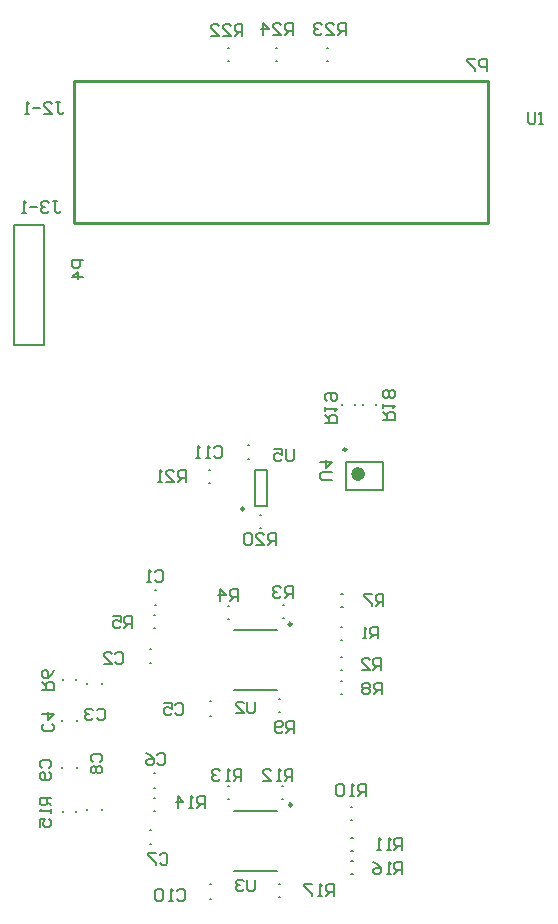
<source format=gbr>
G04 Layer_Color=32896*
%FSLAX26Y26*%
%MOIN*%
%TF.FileFunction,Legend,Bot*%
%TF.Part,Single*%
G01*
G75*
%TA.AperFunction,NonConductor*%
%ADD32C,0.009842*%
%ADD33C,0.023622*%
%ADD34C,0.007874*%
%ADD35C,0.010000*%
D32*
X864890Y-896890D02*
G03*
X864890Y-896890I-4921J0D01*
G01*
X1024063Y-1882921D02*
G03*
X1024063Y-1882921I-4921J0D01*
G01*
Y-1281102D02*
G03*
X1024063Y-1281102I-4921J0D01*
G01*
X1205992Y-698433D02*
G03*
X1205992Y-698433I-4921J0D01*
G01*
D33*
X1257173Y-780126D02*
G03*
X1257173Y-780126I-11811J0D01*
G01*
D34*
X566031Y-1778394D02*
X569968D01*
X566031Y-1827606D02*
X569968D01*
X568031Y-1167394D02*
X571968D01*
X568031Y-1216606D02*
X571968D01*
X566132Y-1904654D02*
X570068D01*
X566132Y-1861346D02*
X570068D01*
X258394Y-1604968D02*
Y-1601032D01*
X307606Y-1604968D02*
Y-1601032D01*
X342194Y-1480968D02*
Y-1477032D01*
X391406Y-1480968D02*
Y-1477032D01*
X304654Y-1908582D02*
Y-1904646D01*
X261346Y-1908582D02*
Y-1904646D01*
X307606Y-1760968D02*
Y-1757032D01*
X258394Y-1760968D02*
Y-1757032D01*
X391406Y-1899724D02*
Y-1895788D01*
X342194Y-1899724D02*
Y-1895788D01*
X1193346Y-551969D02*
Y-548031D01*
X1236654Y-551969D02*
Y-548031D01*
X1306655Y-551969D02*
Y-548031D01*
X1263347Y-551969D02*
Y-548031D01*
X811276Y595346D02*
X815212D01*
X811276Y638654D02*
X815212D01*
X971276Y595346D02*
X975212D01*
X971276Y638654D02*
X975212D01*
X1141276Y595346D02*
X1145212D01*
X1141276Y638654D02*
X1145212D01*
X1221032Y-1891346D02*
X1224968D01*
X1221032Y-1934654D02*
X1224968D01*
X1189566Y-1181346D02*
X1193504D01*
X1189566Y-1224654D02*
X1193504D01*
X811032Y-1221346D02*
X814968D01*
X811032Y-1264654D02*
X814968D01*
X981032Y-1531346D02*
X984968D01*
X981032Y-1574654D02*
X984968D01*
X1187566Y-1514654D02*
X1191504D01*
X1187566Y-1471346D02*
X1191504D01*
X1187567Y-1289960D02*
X1191505D01*
X1187567Y-1333268D02*
X1191505D01*
X566132Y-1294654D02*
X570068D01*
X566132Y-1251346D02*
X570068D01*
X551032Y-1362598D02*
X554968D01*
X551032Y-1411812D02*
X554968D01*
X751032Y-1538394D02*
X754968D01*
X751032Y-1587606D02*
X754968D01*
X551032Y-1965598D02*
X554968D01*
X551032Y-2014812D02*
X554968D01*
X1223032Y-2114220D02*
X1226968D01*
X1223032Y-2070914D02*
X1226968D01*
X1187566Y-1391142D02*
X1191504D01*
X1187566Y-1434448D02*
X1191504D01*
X981727Y-2145354D02*
X985663D01*
X981727Y-2188662D02*
X985663D01*
X991032Y-1864654D02*
X994968D01*
X991032Y-1821346D02*
X994968D01*
X811032D02*
X814968D01*
X811032Y-1864654D02*
X814968D01*
X751032Y-2148394D02*
X754968D01*
X751032Y-2197606D02*
X754968D01*
X994679Y-1258662D02*
X998615D01*
X994679Y-1215354D02*
X998615D01*
X1223032Y-1994142D02*
X1226968D01*
X1223032Y-2037448D02*
X1226968D01*
X261346Y-1467126D02*
Y-1463190D01*
X304654Y-1467126D02*
Y-1463190D01*
X100000Y-350000D02*
X200000D01*
Y50000D01*
X100000Y-350000D02*
Y50000D01*
X200000D01*
X748512Y-808661D02*
X752449D01*
X748512Y-765354D02*
X752449D01*
X918512Y-915354D02*
X922449D01*
X918512Y-958662D02*
X922449D01*
X941661Y-886063D02*
Y-767953D01*
X902291Y-886063D02*
Y-767953D01*
X941661D01*
X902291Y-886063D02*
X941661D01*
X878512Y-731614D02*
X882449D01*
X878512Y-682402D02*
X882449D01*
X830165Y-1902606D02*
X975835D01*
X830165Y-2103394D02*
X975835D01*
X830165Y-1501575D02*
X975835D01*
X830165Y-1300787D02*
X975835D01*
X1205992Y-740756D02*
X1330008D01*
X1205992Y-835244D02*
X1330008D01*
X1205992D02*
Y-740756D01*
X1330008Y-835244D02*
Y-740756D01*
X735464Y-1892409D02*
Y-1853052D01*
X715785D01*
X709226Y-1859611D01*
Y-1872731D01*
X715785Y-1879290D01*
X735464D01*
X722345D02*
X709226Y-1892409D01*
X696106D02*
X682987D01*
X689547D01*
Y-1853052D01*
X696106Y-1859611D01*
X643630Y-1892409D02*
Y-1853052D01*
X663309Y-1872731D01*
X637070D01*
X903000Y-1538680D02*
Y-1571478D01*
X896440Y-1578038D01*
X883321D01*
X876762Y-1571478D01*
Y-1538680D01*
X837404Y-1578038D02*
X863643D01*
X837404Y-1551800D01*
Y-1545240D01*
X843964Y-1538680D01*
X857083D01*
X863643Y-1545240D01*
X1393000Y-2113000D02*
Y-2073643D01*
X1373321D01*
X1366762Y-2080202D01*
Y-2093321D01*
X1373321Y-2099881D01*
X1393000D01*
X1379881D02*
X1366762Y-2113000D01*
X1353643D02*
X1340524D01*
X1347083D01*
Y-2073643D01*
X1353643Y-2080202D01*
X1294607Y-2073643D02*
X1307726Y-2080202D01*
X1320845Y-2093321D01*
Y-2106440D01*
X1314285Y-2113000D01*
X1301166D01*
X1294607Y-2106440D01*
Y-2099881D01*
X1301166Y-2093321D01*
X1320845D01*
X1159350Y-799958D02*
X1126552D01*
X1119992Y-793399D01*
Y-780280D01*
X1126552Y-773720D01*
X1159350D01*
X1119992Y-740922D02*
X1159350D01*
X1139671Y-760601D01*
Y-734363D01*
X903000Y-2132068D02*
Y-2164865D01*
X896440Y-2171425D01*
X883321D01*
X876762Y-2164865D01*
Y-2132068D01*
X863643Y-2138627D02*
X857083Y-2132068D01*
X843964D01*
X837404Y-2138627D01*
Y-2145187D01*
X843964Y-2151746D01*
X850524D01*
X843964D01*
X837404Y-2158306D01*
Y-2164865D01*
X843964Y-2171425D01*
X857083D01*
X863643Y-2164865D01*
X1135000Y-610000D02*
X1174357D01*
Y-590321D01*
X1167798Y-583762D01*
X1154679D01*
X1148119Y-590321D01*
Y-610000D01*
Y-596881D02*
X1135000Y-583762D01*
Y-570643D02*
Y-557524D01*
Y-564083D01*
X1174357D01*
X1167798Y-570643D01*
X1141560Y-537845D02*
X1135000Y-531285D01*
Y-518166D01*
X1141560Y-511607D01*
X1167798D01*
X1174357Y-518166D01*
Y-531285D01*
X1167798Y-537845D01*
X1161238D01*
X1154679Y-531285D01*
Y-511607D01*
X1328405Y-599803D02*
X1367762D01*
Y-580124D01*
X1361203Y-573564D01*
X1348083D01*
X1341524Y-580124D01*
Y-599803D01*
Y-586683D02*
X1328405Y-573564D01*
Y-560445D02*
Y-547326D01*
Y-553885D01*
X1367762D01*
X1361203Y-560445D01*
Y-527647D02*
X1367762Y-521088D01*
Y-507969D01*
X1361203Y-501409D01*
X1354643D01*
X1348083Y-507969D01*
X1341524Y-501409D01*
X1334964D01*
X1328405Y-507969D01*
Y-521088D01*
X1334964Y-527647D01*
X1341524D01*
X1348083Y-521088D01*
X1354643Y-527647D01*
X1361203D01*
X1348083Y-521088D02*
Y-507969D01*
X1163695Y-2187008D02*
Y-2147651D01*
X1144016D01*
X1137457Y-2154210D01*
Y-2167329D01*
X1144016Y-2173889D01*
X1163695D01*
X1150576D02*
X1137457Y-2187008D01*
X1124337D02*
X1111218D01*
X1117778D01*
Y-2147651D01*
X1124337Y-2154210D01*
X1091540Y-2147651D02*
X1065301D01*
Y-2154210D01*
X1091540Y-2180448D01*
Y-2187008D01*
X223000Y-1859000D02*
X183643D01*
Y-1878678D01*
X190202Y-1885238D01*
X203321D01*
X209881Y-1878678D01*
Y-1859000D01*
Y-1872119D02*
X223000Y-1885238D01*
Y-1898357D02*
Y-1911476D01*
Y-1904917D01*
X183643D01*
X190202Y-1898357D01*
X183643Y-1957393D02*
Y-1931155D01*
X203321D01*
X196762Y-1944274D01*
Y-1950834D01*
X203321Y-1957393D01*
X216441D01*
X223000Y-1950834D01*
Y-1937715D01*
X216441Y-1931155D01*
X856465Y-1803000D02*
Y-1763643D01*
X836786D01*
X830226Y-1770202D01*
Y-1783321D01*
X836786Y-1789881D01*
X856465D01*
X843345D02*
X830226Y-1803000D01*
X817107D02*
X803988D01*
X810548D01*
Y-1763643D01*
X817107Y-1770202D01*
X784309D02*
X777750Y-1763643D01*
X764631D01*
X758071Y-1770202D01*
Y-1776762D01*
X764631Y-1783321D01*
X771190D01*
X764631D01*
X758071Y-1789881D01*
Y-1796440D01*
X764631Y-1803000D01*
X777750D01*
X784309Y-1796440D01*
X1026465Y-1803000D02*
Y-1763643D01*
X1006786D01*
X1000226Y-1770202D01*
Y-1783321D01*
X1006786Y-1789881D01*
X1026465D01*
X1013346D02*
X1000226Y-1803000D01*
X987107D02*
X973988D01*
X980548D01*
Y-1763643D01*
X987107Y-1770202D01*
X928071Y-1803000D02*
X954309D01*
X928071Y-1776762D01*
Y-1770202D01*
X934631Y-1763643D01*
X947750D01*
X954309Y-1770202D01*
X1393000Y-2033000D02*
Y-1993643D01*
X1373321D01*
X1366762Y-2000202D01*
Y-2013321D01*
X1373321Y-2019881D01*
X1393000D01*
X1379881D02*
X1366762Y-2033000D01*
X1353643D02*
X1340524D01*
X1347083D01*
Y-1993643D01*
X1353643Y-2000202D01*
X1320845Y-2033000D02*
X1307726D01*
X1314285D01*
Y-1993643D01*
X1320845Y-2000202D01*
X1271236Y-1854394D02*
Y-1815036D01*
X1251557D01*
X1244998Y-1821596D01*
Y-1834715D01*
X1251557Y-1841275D01*
X1271236D01*
X1258117D02*
X1244998Y-1854394D01*
X1231879D02*
X1218760D01*
X1225319D01*
Y-1815036D01*
X1231879Y-1821596D01*
X1199081D02*
X1192521Y-1815036D01*
X1179402D01*
X1172843Y-1821596D01*
Y-1847834D01*
X1179402Y-1854394D01*
X1192521D01*
X1199081Y-1847834D01*
Y-1821596D01*
X1033000Y-1643000D02*
Y-1603643D01*
X1013321D01*
X1006762Y-1610202D01*
Y-1623321D01*
X1013321Y-1629881D01*
X1033000D01*
X1019881D02*
X1006762Y-1643000D01*
X993643Y-1636440D02*
X987083Y-1643000D01*
X973964D01*
X967404Y-1636440D01*
Y-1610202D01*
X973964Y-1603643D01*
X987083D01*
X993643Y-1610202D01*
Y-1616762D01*
X987083Y-1623321D01*
X967404D01*
X1325000Y-1515000D02*
Y-1475643D01*
X1305321D01*
X1298762Y-1482202D01*
Y-1495321D01*
X1305321Y-1501881D01*
X1325000D01*
X1311881D02*
X1298762Y-1515000D01*
X1285643Y-1482202D02*
X1279083Y-1475643D01*
X1265964D01*
X1259404Y-1482202D01*
Y-1488762D01*
X1265964Y-1495321D01*
X1259404Y-1501881D01*
Y-1508440D01*
X1265964Y-1515000D01*
X1279083D01*
X1285643Y-1508440D01*
Y-1501881D01*
X1279083Y-1495321D01*
X1285643Y-1488762D01*
Y-1482202D01*
X1279083Y-1495321D02*
X1265964D01*
X193000Y-1500591D02*
X232358D01*
Y-1480912D01*
X225798Y-1474353D01*
X212679D01*
X206119Y-1480912D01*
Y-1500591D01*
Y-1487472D02*
X193000Y-1474353D01*
X232358Y-1434995D02*
X225798Y-1448114D01*
X212679Y-1461234D01*
X199560D01*
X193000Y-1454674D01*
Y-1441555D01*
X199560Y-1434995D01*
X206119D01*
X212679Y-1441555D01*
Y-1461234D01*
X493000Y-1293000D02*
Y-1253643D01*
X473321D01*
X466762Y-1260202D01*
Y-1273321D01*
X473321Y-1279881D01*
X493000D01*
X479881D02*
X466762Y-1293000D01*
X427404Y-1253643D02*
X453643D01*
Y-1273321D01*
X440524Y-1266762D01*
X433964D01*
X427404Y-1273321D01*
Y-1286440D01*
X433964Y-1293000D01*
X447083D01*
X453643Y-1286440D01*
X844289Y-1203000D02*
Y-1163643D01*
X824610D01*
X818051Y-1170202D01*
Y-1183321D01*
X824610Y-1189881D01*
X844289D01*
X831170D02*
X818051Y-1203000D01*
X785253D02*
Y-1163643D01*
X804932Y-1183321D01*
X778693D01*
X1028427Y-1193863D02*
Y-1154506D01*
X1008749D01*
X1002189Y-1161065D01*
Y-1174185D01*
X1008749Y-1180744D01*
X1028427D01*
X1015308D02*
X1002189Y-1193863D01*
X989070Y-1161065D02*
X982510Y-1154506D01*
X969391D01*
X962832Y-1161065D01*
Y-1167625D01*
X969391Y-1174185D01*
X975951D01*
X969391D01*
X962832Y-1180744D01*
Y-1187304D01*
X969391Y-1193863D01*
X982510D01*
X989070Y-1187304D01*
X1323000Y-1433000D02*
Y-1393643D01*
X1303321D01*
X1296762Y-1400202D01*
Y-1413321D01*
X1303321Y-1419881D01*
X1323000D01*
X1309881D02*
X1296762Y-1433000D01*
X1257404D02*
X1283643D01*
X1257404Y-1406762D01*
Y-1400202D01*
X1263964Y-1393643D01*
X1277083D01*
X1283643Y-1400202D01*
X1312717Y-1328590D02*
Y-1289233D01*
X1293039D01*
X1286479Y-1295792D01*
Y-1308911D01*
X1293039Y-1315471D01*
X1312717D01*
X1299598D02*
X1286479Y-1328590D01*
X1273360D02*
X1260241D01*
X1266800D01*
Y-1289233D01*
X1273360Y-1295792D01*
X360202Y-1739238D02*
X353643Y-1732679D01*
Y-1719560D01*
X360202Y-1713000D01*
X386440D01*
X393000Y-1719560D01*
Y-1732679D01*
X386440Y-1739238D01*
X360202Y-1752357D02*
X353643Y-1758917D01*
Y-1772036D01*
X360202Y-1778596D01*
X366762D01*
X373321Y-1772036D01*
X379881Y-1778596D01*
X386440D01*
X393000Y-1772036D01*
Y-1758917D01*
X386440Y-1752357D01*
X379881D01*
X373321Y-1758917D01*
X366762Y-1752357D01*
X360202D01*
X373321Y-1758917D02*
Y-1772036D01*
X576762Y-1717202D02*
X583321Y-1710643D01*
X596440D01*
X603000Y-1717202D01*
Y-1743440D01*
X596440Y-1750000D01*
X583321D01*
X576762Y-1743440D01*
X537404Y-1710643D02*
X550524Y-1717202D01*
X563643Y-1730321D01*
Y-1743440D01*
X557083Y-1750000D01*
X543964D01*
X537404Y-1743440D01*
Y-1736881D01*
X543964Y-1730321D01*
X563643D01*
X636762Y-1550202D02*
X643321Y-1543643D01*
X656440D01*
X663000Y-1550202D01*
Y-1576440D01*
X656440Y-1583000D01*
X643321D01*
X636762Y-1576440D01*
X597404Y-1543643D02*
X623643D01*
Y-1563321D01*
X610524Y-1556762D01*
X603964D01*
X597404Y-1563321D01*
Y-1576440D01*
X603964Y-1583000D01*
X617083D01*
X623643Y-1576440D01*
X225798Y-1612195D02*
X232357Y-1618754D01*
Y-1631873D01*
X225798Y-1638433D01*
X199560D01*
X193000Y-1631873D01*
Y-1618754D01*
X199560Y-1612195D01*
X193000Y-1579397D02*
X232357D01*
X212679Y-1599076D01*
Y-1572838D01*
X375129Y-1568551D02*
X381688Y-1561991D01*
X394808D01*
X401367Y-1568551D01*
Y-1594789D01*
X394808Y-1601349D01*
X381688D01*
X375129Y-1594789D01*
X362010Y-1568551D02*
X355450Y-1561991D01*
X342331D01*
X335772Y-1568551D01*
Y-1575111D01*
X342331Y-1581670D01*
X348891D01*
X342331D01*
X335772Y-1588230D01*
Y-1594789D01*
X342331Y-1601349D01*
X355450D01*
X362010Y-1594789D01*
X436762Y-1379997D02*
X443321Y-1373438D01*
X456440D01*
X463000Y-1379997D01*
Y-1406236D01*
X456440Y-1412795D01*
X443321D01*
X436762Y-1406236D01*
X397404Y-1412795D02*
X423643D01*
X397404Y-1386557D01*
Y-1379997D01*
X403964Y-1373438D01*
X417083D01*
X423643Y-1379997D01*
X1810442Y425349D02*
Y392552D01*
X1817002Y385992D01*
X1830121D01*
X1836680Y392552D01*
Y425349D01*
X1849800Y385992D02*
X1862919D01*
X1856359D01*
Y425349D01*
X1849800Y418790D01*
X640714Y-2170202D02*
X647274Y-2163643D01*
X660393D01*
X666953Y-2170202D01*
Y-2196440D01*
X660393Y-2203000D01*
X647274D01*
X640714Y-2196440D01*
X627595Y-2203000D02*
X614476D01*
X621036D01*
Y-2163643D01*
X627595Y-2170202D01*
X594797D02*
X588238Y-2163643D01*
X575119D01*
X568559Y-2170202D01*
Y-2196440D01*
X575119Y-2203000D01*
X588238D01*
X594797Y-2196440D01*
Y-2170202D01*
X190202Y-1761238D02*
X183643Y-1754678D01*
Y-1741559D01*
X190202Y-1735000D01*
X216441D01*
X223000Y-1741559D01*
Y-1754678D01*
X216441Y-1761238D01*
Y-1774357D02*
X223000Y-1780917D01*
Y-1794036D01*
X216441Y-1800595D01*
X190202D01*
X183643Y-1794036D01*
Y-1780917D01*
X190202Y-1774357D01*
X196762D01*
X203321Y-1780917D01*
Y-1800595D01*
X569518Y-1108202D02*
X576077Y-1101643D01*
X589197D01*
X595756Y-1108202D01*
Y-1134440D01*
X589197Y-1141000D01*
X576077D01*
X569518Y-1134440D01*
X556399Y-1141000D02*
X543280D01*
X549839D01*
Y-1101643D01*
X556399Y-1108202D01*
X583762Y-2050202D02*
X590322Y-2043643D01*
X603441D01*
X610000Y-2050202D01*
Y-2076440D01*
X603441Y-2083000D01*
X590322D01*
X583762Y-2076440D01*
X570643Y-2043643D02*
X544405D01*
Y-2050202D01*
X570643Y-2076440D01*
Y-2083000D01*
X1330000Y-1220000D02*
Y-1180643D01*
X1310321D01*
X1303762Y-1187202D01*
Y-1200321D01*
X1310321Y-1206881D01*
X1330000D01*
X1316881D02*
X1303762Y-1220000D01*
X1290643Y-1180643D02*
X1264404D01*
Y-1187202D01*
X1290643Y-1213440D01*
Y-1220000D01*
X1674236Y562606D02*
Y601964D01*
X1654557D01*
X1647998Y595404D01*
Y582285D01*
X1654557Y575725D01*
X1674236D01*
X1634879Y601964D02*
X1608641D01*
Y595404D01*
X1634879Y569166D01*
Y562606D01*
X860000Y681129D02*
Y720487D01*
X840321D01*
X833762Y713927D01*
Y700808D01*
X840321Y694249D01*
X860000D01*
X846881D02*
X833762Y681129D01*
X794404D02*
X820643D01*
X794404Y707368D01*
Y713927D01*
X800964Y720487D01*
X814083D01*
X820643Y713927D01*
X755047Y681129D02*
X781285D01*
X755047Y707368D01*
Y713927D01*
X761606Y720487D01*
X774726D01*
X781285Y713927D01*
X1205000Y684000D02*
Y723357D01*
X1185321D01*
X1178762Y716798D01*
Y703679D01*
X1185321Y697119D01*
X1205000D01*
X1191881D02*
X1178762Y684000D01*
X1139404D02*
X1165643D01*
X1139404Y710238D01*
Y716798D01*
X1145964Y723357D01*
X1159083D01*
X1165643Y716798D01*
X1126285D02*
X1119726Y723357D01*
X1106607D01*
X1100047Y716798D01*
Y710238D01*
X1106607Y703679D01*
X1113166D01*
X1106607D01*
X1100047Y697119D01*
Y690560D01*
X1106607Y684000D01*
X1119726D01*
X1126285Y690560D01*
X1027000Y684205D02*
Y723562D01*
X1007321D01*
X1000762Y717003D01*
Y703884D01*
X1007321Y697324D01*
X1027000D01*
X1013881D02*
X1000762Y684205D01*
X961404D02*
X987643D01*
X961404Y710443D01*
Y717003D01*
X967964Y723562D01*
X981083D01*
X987643Y717003D01*
X928606Y684205D02*
Y723562D01*
X948285Y703884D01*
X922047D01*
X330000Y-66000D02*
X290643D01*
Y-85679D01*
X297202Y-92238D01*
X310321D01*
X316881Y-85679D01*
Y-66000D01*
X330000Y-125036D02*
X290643D01*
X310321Y-105357D01*
Y-131596D01*
X764242Y-694210D02*
X770802Y-687650D01*
X783921D01*
X790480Y-694210D01*
Y-720448D01*
X783921Y-727008D01*
X770802D01*
X764242Y-720448D01*
X751123Y-727008D02*
X738004D01*
X744563D01*
Y-687650D01*
X751123Y-694210D01*
X718325Y-727008D02*
X705206D01*
X711765D01*
Y-687650D01*
X718325Y-694210D01*
X971504Y-1017008D02*
Y-977650D01*
X951825D01*
X945266Y-984210D01*
Y-997329D01*
X951825Y-1003889D01*
X971504D01*
X958385D02*
X945266Y-1017008D01*
X905908D02*
X932146D01*
X905908Y-990770D01*
Y-984210D01*
X912468Y-977650D01*
X925587D01*
X932146Y-984210D01*
X892789D02*
X886230Y-977650D01*
X873110D01*
X866551Y-984210D01*
Y-1010448D01*
X873110Y-1017008D01*
X886230D01*
X892789Y-1010448D01*
Y-984210D01*
X670480Y-807008D02*
Y-767650D01*
X650802D01*
X644242Y-774210D01*
Y-787329D01*
X650802Y-793889D01*
X670480D01*
X657361D02*
X644242Y-807008D01*
X604885D02*
X631123D01*
X604885Y-780770D01*
Y-774210D01*
X611444Y-767650D01*
X624563D01*
X631123Y-774210D01*
X591765Y-807008D02*
X578646D01*
X585206D01*
Y-767650D01*
X591765Y-774210D01*
X1030480Y-697650D02*
Y-730448D01*
X1023921Y-737008D01*
X1010802D01*
X1004242Y-730448D01*
Y-697650D01*
X964885D02*
X991123D01*
Y-717329D01*
X978004Y-710770D01*
X971444D01*
X964885Y-717329D01*
Y-730448D01*
X971444Y-737008D01*
X984563D01*
X991123Y-730448D01*
X239242Y458349D02*
X252361D01*
X245802D01*
Y425552D01*
X252361Y418992D01*
X258921D01*
X265480Y425552D01*
X199885Y418992D02*
X226123D01*
X199885Y445230D01*
Y451790D01*
X206444Y458349D01*
X219563D01*
X226123Y451790D01*
X186766Y438671D02*
X160527D01*
X147408Y418992D02*
X134289D01*
X140849D01*
Y458349D01*
X147408Y451790D01*
X229242Y128350D02*
X242361D01*
X235802D01*
Y95552D01*
X242361Y88992D01*
X248921D01*
X255480Y95552D01*
X216123Y121790D02*
X209563Y128350D01*
X196444D01*
X189885Y121790D01*
Y115230D01*
X196444Y108671D01*
X203004D01*
X196444D01*
X189885Y102111D01*
Y95552D01*
X196444Y88992D01*
X209563D01*
X216123Y95552D01*
X176766Y108671D02*
X150527D01*
X137408Y88992D02*
X124289D01*
X130849D01*
Y128350D01*
X137408Y121790D01*
D35*
X1676976Y56600D02*
Y529400D01*
X299024Y56600D02*
X1676976D01*
X299024D02*
Y529400D01*
X1676976D01*
%TF.MD5,67c608d6afd9085bbae8375378842958*%
M02*

</source>
